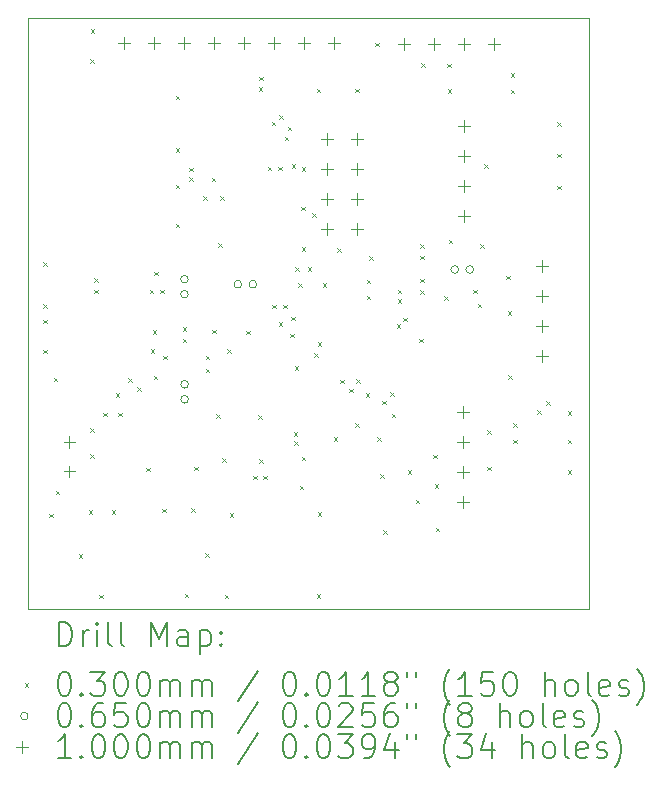
<source format=gbr>
%TF.GenerationSoftware,KiCad,Pcbnew,8.0.8*%
%TF.CreationDate,2025-01-30T19:33:51+01:00*%
%TF.ProjectId,HAMS_node,48414d53-5f6e-46f6-9465-2e6b69636164,rev?*%
%TF.SameCoordinates,Original*%
%TF.FileFunction,Drillmap*%
%TF.FilePolarity,Positive*%
%FSLAX45Y45*%
G04 Gerber Fmt 4.5, Leading zero omitted, Abs format (unit mm)*
G04 Created by KiCad (PCBNEW 8.0.8) date 2025-01-30 19:33:51*
%MOMM*%
%LPD*%
G01*
G04 APERTURE LIST*
%ADD10C,0.050000*%
%ADD11C,0.200000*%
%ADD12C,0.100000*%
G04 APERTURE END LIST*
D10*
X16660000Y-5760000D02*
X21410000Y-5760000D01*
X21410000Y-10760000D01*
X16660000Y-10760000D01*
X16660000Y-5760000D01*
D11*
D12*
X16785000Y-7825000D02*
X16815000Y-7855000D01*
X16815000Y-7825000D02*
X16785000Y-7855000D01*
X16785000Y-8180000D02*
X16815000Y-8210000D01*
X16815000Y-8180000D02*
X16785000Y-8210000D01*
X16785000Y-8310000D02*
X16815000Y-8340000D01*
X16815000Y-8310000D02*
X16785000Y-8340000D01*
X16785000Y-8565000D02*
X16815000Y-8595000D01*
X16815000Y-8565000D02*
X16785000Y-8595000D01*
X16837500Y-9955000D02*
X16867500Y-9985000D01*
X16867500Y-9955000D02*
X16837500Y-9985000D01*
X16872500Y-8802500D02*
X16902500Y-8832500D01*
X16902500Y-8802500D02*
X16872500Y-8832500D01*
X16890000Y-9760000D02*
X16920000Y-9790000D01*
X16920000Y-9760000D02*
X16890000Y-9790000D01*
X17085000Y-10295000D02*
X17115000Y-10325000D01*
X17115000Y-10295000D02*
X17085000Y-10325000D01*
X17170000Y-9925000D02*
X17200000Y-9955000D01*
X17200000Y-9925000D02*
X17170000Y-9955000D01*
X17185000Y-6107500D02*
X17215000Y-6137500D01*
X17215000Y-6107500D02*
X17185000Y-6137500D01*
X17185000Y-9230000D02*
X17215000Y-9260000D01*
X17215000Y-9230000D02*
X17185000Y-9260000D01*
X17185000Y-9450000D02*
X17215000Y-9480000D01*
X17215000Y-9450000D02*
X17185000Y-9480000D01*
X17187500Y-5852500D02*
X17217500Y-5882500D01*
X17217500Y-5852500D02*
X17187500Y-5882500D01*
X17215000Y-7957500D02*
X17245000Y-7987500D01*
X17245000Y-7957500D02*
X17215000Y-7987500D01*
X17215000Y-8055000D02*
X17245000Y-8085000D01*
X17245000Y-8055000D02*
X17215000Y-8085000D01*
X17260000Y-10637500D02*
X17290000Y-10667500D01*
X17290000Y-10637500D02*
X17260000Y-10667500D01*
X17295000Y-9100000D02*
X17325000Y-9130000D01*
X17325000Y-9100000D02*
X17295000Y-9130000D01*
X17365000Y-9925000D02*
X17395000Y-9955000D01*
X17395000Y-9925000D02*
X17365000Y-9955000D01*
X17400000Y-8932500D02*
X17430000Y-8962500D01*
X17430000Y-8932500D02*
X17400000Y-8962500D01*
X17422500Y-9100000D02*
X17452500Y-9130000D01*
X17452500Y-9100000D02*
X17422500Y-9130000D01*
X17505000Y-8805000D02*
X17535000Y-8835000D01*
X17535000Y-8805000D02*
X17505000Y-8835000D01*
X17580000Y-8880000D02*
X17610000Y-8910000D01*
X17610000Y-8880000D02*
X17580000Y-8910000D01*
X17655000Y-9565000D02*
X17685000Y-9595000D01*
X17685000Y-9565000D02*
X17655000Y-9595000D01*
X17685000Y-8055000D02*
X17715000Y-8085000D01*
X17715000Y-8055000D02*
X17685000Y-8085000D01*
X17695000Y-8562000D02*
X17725000Y-8592000D01*
X17725000Y-8562000D02*
X17695000Y-8592000D01*
X17712500Y-8397500D02*
X17742500Y-8427500D01*
X17742500Y-8397500D02*
X17712500Y-8427500D01*
X17722500Y-8785000D02*
X17752500Y-8815000D01*
X17752500Y-8785000D02*
X17722500Y-8815000D01*
X17725000Y-7905000D02*
X17755000Y-7935000D01*
X17755000Y-7905000D02*
X17725000Y-7935000D01*
X17775000Y-8055000D02*
X17805000Y-8085000D01*
X17805000Y-8055000D02*
X17775000Y-8085000D01*
X17792500Y-9912500D02*
X17822500Y-9942500D01*
X17822500Y-9912500D02*
X17792500Y-9942500D01*
X17800000Y-8617500D02*
X17830000Y-8647500D01*
X17830000Y-8617500D02*
X17800000Y-8647500D01*
X17907500Y-6412500D02*
X17937500Y-6442500D01*
X17937500Y-6412500D02*
X17907500Y-6442500D01*
X17907500Y-6857500D02*
X17937500Y-6887500D01*
X17937500Y-6857500D02*
X17907500Y-6887500D01*
X17907500Y-7167500D02*
X17937500Y-7197500D01*
X17937500Y-7167500D02*
X17907500Y-7197500D01*
X17907500Y-7497500D02*
X17937500Y-7527500D01*
X17937500Y-7497500D02*
X17907500Y-7527500D01*
X17965000Y-8375000D02*
X17995000Y-8405000D01*
X17995000Y-8375000D02*
X17965000Y-8405000D01*
X17965000Y-8470000D02*
X17995000Y-8500000D01*
X17995000Y-8470000D02*
X17965000Y-8500000D01*
X17985000Y-10632500D02*
X18015000Y-10662500D01*
X18015000Y-10632500D02*
X17985000Y-10662500D01*
X18020500Y-7022500D02*
X18050500Y-7052500D01*
X18050500Y-7022500D02*
X18020500Y-7052500D01*
X18020500Y-7105000D02*
X18050500Y-7135000D01*
X18050500Y-7105000D02*
X18020500Y-7135000D01*
X18040000Y-9907500D02*
X18070000Y-9937500D01*
X18070000Y-9907500D02*
X18040000Y-9937500D01*
X18065000Y-9555000D02*
X18095000Y-9585000D01*
X18095000Y-9555000D02*
X18065000Y-9585000D01*
X18140000Y-7265000D02*
X18170000Y-7295000D01*
X18170000Y-7265000D02*
X18140000Y-7295000D01*
X18155000Y-10287500D02*
X18185000Y-10317500D01*
X18185000Y-10287500D02*
X18155000Y-10317500D01*
X18162500Y-8617500D02*
X18192500Y-8647500D01*
X18192500Y-8617500D02*
X18162500Y-8647500D01*
X18162500Y-8725000D02*
X18192500Y-8755000D01*
X18192500Y-8725000D02*
X18162500Y-8755000D01*
X18210000Y-7110000D02*
X18240000Y-7140000D01*
X18240000Y-7110000D02*
X18210000Y-7140000D01*
X18217500Y-8395000D02*
X18247500Y-8425000D01*
X18247500Y-8395000D02*
X18217500Y-8425000D01*
X18250000Y-9112500D02*
X18280000Y-9142500D01*
X18280000Y-9112500D02*
X18250000Y-9142500D01*
X18265000Y-7665000D02*
X18295000Y-7695000D01*
X18295000Y-7665000D02*
X18265000Y-7695000D01*
X18285000Y-7265000D02*
X18315000Y-7295000D01*
X18315000Y-7265000D02*
X18285000Y-7295000D01*
X18300000Y-9482500D02*
X18330000Y-9512500D01*
X18330000Y-9482500D02*
X18300000Y-9512500D01*
X18320000Y-10637500D02*
X18350000Y-10667500D01*
X18350000Y-10637500D02*
X18320000Y-10667500D01*
X18345000Y-8560000D02*
X18375000Y-8590000D01*
X18375000Y-8560000D02*
X18345000Y-8590000D01*
X18365000Y-9950000D02*
X18395000Y-9980000D01*
X18395000Y-9950000D02*
X18365000Y-9980000D01*
X18502500Y-8402500D02*
X18532500Y-8432500D01*
X18532500Y-8402500D02*
X18502500Y-8432500D01*
X18565000Y-9630000D02*
X18595000Y-9660000D01*
X18595000Y-9630000D02*
X18565000Y-9660000D01*
X18605000Y-9120000D02*
X18635000Y-9150000D01*
X18635000Y-9120000D02*
X18605000Y-9150000D01*
X18609250Y-6344250D02*
X18639250Y-6374250D01*
X18639250Y-6344250D02*
X18609250Y-6374250D01*
X18612500Y-9492500D02*
X18642500Y-9522500D01*
X18642500Y-9492500D02*
X18612500Y-9522500D01*
X18615000Y-6255000D02*
X18645000Y-6285000D01*
X18645000Y-6255000D02*
X18615000Y-6285000D01*
X18650000Y-9630000D02*
X18680000Y-9660000D01*
X18680000Y-9630000D02*
X18650000Y-9660000D01*
X18685000Y-7013500D02*
X18715000Y-7043500D01*
X18715000Y-7013500D02*
X18685000Y-7043500D01*
X18720000Y-6632500D02*
X18750000Y-6662500D01*
X18750000Y-6632500D02*
X18720000Y-6662500D01*
X18725000Y-8185000D02*
X18755000Y-8215000D01*
X18755000Y-8185000D02*
X18725000Y-8215000D01*
X18775000Y-7015000D02*
X18805000Y-7045000D01*
X18805000Y-7015000D02*
X18775000Y-7045000D01*
X18778750Y-8331250D02*
X18808750Y-8361250D01*
X18808750Y-8331250D02*
X18778750Y-8361250D01*
X18785000Y-6577500D02*
X18815000Y-6607500D01*
X18815000Y-6577500D02*
X18785000Y-6607500D01*
X18815000Y-8185000D02*
X18845000Y-8215000D01*
X18845000Y-8185000D02*
X18815000Y-8215000D01*
X18830000Y-6760000D02*
X18860000Y-6790000D01*
X18860000Y-6760000D02*
X18830000Y-6790000D01*
X18855000Y-6675000D02*
X18885000Y-6705000D01*
X18885000Y-6675000D02*
X18855000Y-6705000D01*
X18877500Y-8430000D02*
X18907500Y-8460000D01*
X18907500Y-8430000D02*
X18877500Y-8460000D01*
X18885000Y-8285000D02*
X18915000Y-8315000D01*
X18915000Y-8285000D02*
X18885000Y-8315000D01*
X18890000Y-6995000D02*
X18920000Y-7025000D01*
X18920000Y-6995000D02*
X18890000Y-7025000D01*
X18905000Y-9265000D02*
X18935000Y-9295000D01*
X18935000Y-9265000D02*
X18905000Y-9295000D01*
X18910000Y-9340000D02*
X18940000Y-9370000D01*
X18940000Y-9340000D02*
X18910000Y-9370000D01*
X18915000Y-8705000D02*
X18945000Y-8735000D01*
X18945000Y-8705000D02*
X18915000Y-8735000D01*
X18920000Y-7865000D02*
X18950000Y-7895000D01*
X18950000Y-7865000D02*
X18920000Y-7895000D01*
X18945000Y-8000000D02*
X18975000Y-8030000D01*
X18975000Y-8000000D02*
X18945000Y-8030000D01*
X18955000Y-9717500D02*
X18985000Y-9747500D01*
X18985000Y-9717500D02*
X18955000Y-9747500D01*
X18970000Y-7352500D02*
X19000000Y-7382500D01*
X19000000Y-7352500D02*
X18970000Y-7382500D01*
X18972500Y-9472500D02*
X19002500Y-9502500D01*
X19002500Y-9472500D02*
X18972500Y-9502500D01*
X18975000Y-7019000D02*
X19005000Y-7049000D01*
X19005000Y-7019000D02*
X18975000Y-7049000D01*
X18975000Y-7695000D02*
X19005000Y-7725000D01*
X19005000Y-7695000D02*
X18975000Y-7725000D01*
X19025000Y-7865000D02*
X19055000Y-7895000D01*
X19055000Y-7865000D02*
X19025000Y-7895000D01*
X19065000Y-7410000D02*
X19095000Y-7440000D01*
X19095000Y-7410000D02*
X19065000Y-7440000D01*
X19080000Y-8595000D02*
X19110000Y-8625000D01*
X19110000Y-8595000D02*
X19080000Y-8625000D01*
X19100000Y-6355000D02*
X19130000Y-6385000D01*
X19130000Y-6355000D02*
X19100000Y-6385000D01*
X19100000Y-10635000D02*
X19130000Y-10665000D01*
X19130000Y-10635000D02*
X19100000Y-10665000D01*
X19110000Y-8500000D02*
X19140000Y-8530000D01*
X19140000Y-8500000D02*
X19110000Y-8530000D01*
X19110000Y-9942500D02*
X19140000Y-9972500D01*
X19140000Y-9942500D02*
X19110000Y-9972500D01*
X19150000Y-8000000D02*
X19180000Y-8030000D01*
X19180000Y-8000000D02*
X19150000Y-8030000D01*
X19245000Y-9305000D02*
X19275000Y-9335000D01*
X19275000Y-9305000D02*
X19245000Y-9335000D01*
X19275000Y-7705000D02*
X19305000Y-7735000D01*
X19305000Y-7705000D02*
X19275000Y-7735000D01*
X19299179Y-8817400D02*
X19329179Y-8847400D01*
X19329179Y-8817400D02*
X19299179Y-8847400D01*
X19375000Y-8895000D02*
X19405000Y-8925000D01*
X19405000Y-8895000D02*
X19375000Y-8925000D01*
X19425000Y-6355000D02*
X19455000Y-6385000D01*
X19455000Y-6355000D02*
X19425000Y-6385000D01*
X19425000Y-9185000D02*
X19455000Y-9215000D01*
X19455000Y-9185000D02*
X19425000Y-9215000D01*
X19434179Y-8812400D02*
X19464179Y-8842400D01*
X19464179Y-8812400D02*
X19434179Y-8842400D01*
X19515000Y-8935000D02*
X19545000Y-8965000D01*
X19545000Y-8935000D02*
X19515000Y-8965000D01*
X19522500Y-7972500D02*
X19552500Y-8002500D01*
X19552500Y-7972500D02*
X19522500Y-8002500D01*
X19525000Y-8107500D02*
X19555000Y-8137500D01*
X19555000Y-8107500D02*
X19525000Y-8137500D01*
X19545000Y-7775000D02*
X19575000Y-7805000D01*
X19575000Y-7775000D02*
X19545000Y-7805000D01*
X19595000Y-5965000D02*
X19625000Y-5995000D01*
X19625000Y-5965000D02*
X19595000Y-5995000D01*
X19615000Y-9305000D02*
X19645000Y-9335000D01*
X19645000Y-9305000D02*
X19615000Y-9335000D01*
X19640000Y-9620000D02*
X19670000Y-9650000D01*
X19670000Y-9620000D02*
X19640000Y-9650000D01*
X19655000Y-8995000D02*
X19685000Y-9025000D01*
X19685000Y-8995000D02*
X19655000Y-9025000D01*
X19665000Y-10092500D02*
X19695000Y-10122500D01*
X19695000Y-10092500D02*
X19665000Y-10122500D01*
X19722500Y-8925000D02*
X19752500Y-8955000D01*
X19752500Y-8925000D02*
X19722500Y-8955000D01*
X19735000Y-9105000D02*
X19765000Y-9135000D01*
X19765000Y-9105000D02*
X19735000Y-9135000D01*
X19780000Y-8350000D02*
X19810000Y-8380000D01*
X19810000Y-8350000D02*
X19780000Y-8380000D01*
X19785000Y-8055000D02*
X19815000Y-8085000D01*
X19815000Y-8055000D02*
X19785000Y-8085000D01*
X19785000Y-8135000D02*
X19815000Y-8165000D01*
X19815000Y-8135000D02*
X19785000Y-8165000D01*
X19835000Y-8295000D02*
X19865000Y-8325000D01*
X19865000Y-8295000D02*
X19835000Y-8325000D01*
X19870000Y-9585000D02*
X19900000Y-9615000D01*
X19900000Y-9585000D02*
X19870000Y-9615000D01*
X19940000Y-9835000D02*
X19970000Y-9865000D01*
X19970000Y-9835000D02*
X19940000Y-9865000D01*
X19970000Y-8470000D02*
X20000000Y-8500000D01*
X20000000Y-8470000D02*
X19970000Y-8500000D01*
X19975000Y-7670000D02*
X20005000Y-7700000D01*
X20005000Y-7670000D02*
X19975000Y-7700000D01*
X19975000Y-7770000D02*
X20005000Y-7800000D01*
X20005000Y-7770000D02*
X19975000Y-7800000D01*
X19975000Y-7965000D02*
X20005000Y-7995000D01*
X20005000Y-7965000D02*
X19975000Y-7995000D01*
X19975000Y-8060000D02*
X20005000Y-8090000D01*
X20005000Y-8060000D02*
X19975000Y-8090000D01*
X19985000Y-6140000D02*
X20015000Y-6170000D01*
X20015000Y-6140000D02*
X19985000Y-6170000D01*
X20085000Y-9455000D02*
X20115000Y-9485000D01*
X20115000Y-9455000D02*
X20085000Y-9485000D01*
X20100000Y-9705000D02*
X20130000Y-9735000D01*
X20130000Y-9705000D02*
X20100000Y-9735000D01*
X20107500Y-10070000D02*
X20137500Y-10100000D01*
X20137500Y-10070000D02*
X20107500Y-10100000D01*
X20182500Y-8110000D02*
X20212500Y-8140000D01*
X20212500Y-8110000D02*
X20182500Y-8140000D01*
X20205000Y-6145000D02*
X20235000Y-6175000D01*
X20235000Y-6145000D02*
X20205000Y-6175000D01*
X20210000Y-6360000D02*
X20240000Y-6390000D01*
X20240000Y-6360000D02*
X20210000Y-6390000D01*
X20220000Y-7635000D02*
X20250000Y-7665000D01*
X20250000Y-7635000D02*
X20220000Y-7665000D01*
X20425000Y-8055000D02*
X20455000Y-8085000D01*
X20455000Y-8055000D02*
X20425000Y-8085000D01*
X20465000Y-8175000D02*
X20495000Y-8205000D01*
X20495000Y-8175000D02*
X20465000Y-8205000D01*
X20485000Y-7670000D02*
X20515000Y-7700000D01*
X20515000Y-7670000D02*
X20485000Y-7700000D01*
X20520000Y-6995000D02*
X20550000Y-7025000D01*
X20550000Y-6995000D02*
X20520000Y-7025000D01*
X20545000Y-9245000D02*
X20575000Y-9275000D01*
X20575000Y-9245000D02*
X20545000Y-9275000D01*
X20545000Y-9555000D02*
X20575000Y-9585000D01*
X20575000Y-9555000D02*
X20545000Y-9585000D01*
X20707500Y-7940000D02*
X20737500Y-7970000D01*
X20737500Y-7940000D02*
X20707500Y-7970000D01*
X20717500Y-8237500D02*
X20747500Y-8267500D01*
X20747500Y-8237500D02*
X20717500Y-8267500D01*
X20720000Y-8780000D02*
X20750000Y-8810000D01*
X20750000Y-8780000D02*
X20720000Y-8810000D01*
X20745000Y-6225000D02*
X20775000Y-6255000D01*
X20775000Y-6225000D02*
X20745000Y-6255000D01*
X20745000Y-6365000D02*
X20775000Y-6395000D01*
X20775000Y-6365000D02*
X20745000Y-6395000D01*
X20765000Y-9185000D02*
X20795000Y-9215000D01*
X20795000Y-9185000D02*
X20765000Y-9215000D01*
X20765000Y-9325000D02*
X20795000Y-9355000D01*
X20795000Y-9325000D02*
X20765000Y-9355000D01*
X20970000Y-9075000D02*
X21000000Y-9105000D01*
X21000000Y-9075000D02*
X20970000Y-9105000D01*
X21042500Y-9002500D02*
X21072500Y-9032500D01*
X21072500Y-9002500D02*
X21042500Y-9032500D01*
X21135000Y-6640000D02*
X21165000Y-6670000D01*
X21165000Y-6640000D02*
X21135000Y-6670000D01*
X21135000Y-6905000D02*
X21165000Y-6935000D01*
X21165000Y-6905000D02*
X21135000Y-6935000D01*
X21135000Y-7175000D02*
X21165000Y-7205000D01*
X21165000Y-7175000D02*
X21135000Y-7205000D01*
X21225000Y-9085000D02*
X21255000Y-9115000D01*
X21255000Y-9085000D02*
X21225000Y-9115000D01*
X21225000Y-9325000D02*
X21255000Y-9355000D01*
X21255000Y-9325000D02*
X21225000Y-9355000D01*
X21225000Y-9585000D02*
X21255000Y-9615000D01*
X21255000Y-9585000D02*
X21225000Y-9615000D01*
X18012500Y-7967500D02*
G75*
G02*
X17947500Y-7967500I-32500J0D01*
G01*
X17947500Y-7967500D02*
G75*
G02*
X18012500Y-7967500I32500J0D01*
G01*
X18012500Y-8094500D02*
G75*
G02*
X17947500Y-8094500I-32500J0D01*
G01*
X17947500Y-8094500D02*
G75*
G02*
X18012500Y-8094500I32500J0D01*
G01*
X18015000Y-8858000D02*
G75*
G02*
X17950000Y-8858000I-32500J0D01*
G01*
X17950000Y-8858000D02*
G75*
G02*
X18015000Y-8858000I32500J0D01*
G01*
X18015000Y-8985000D02*
G75*
G02*
X17950000Y-8985000I-32500J0D01*
G01*
X17950000Y-8985000D02*
G75*
G02*
X18015000Y-8985000I32500J0D01*
G01*
X18465000Y-8010000D02*
G75*
G02*
X18400000Y-8010000I-32500J0D01*
G01*
X18400000Y-8010000D02*
G75*
G02*
X18465000Y-8010000I32500J0D01*
G01*
X18592000Y-8010000D02*
G75*
G02*
X18527000Y-8010000I-32500J0D01*
G01*
X18527000Y-8010000D02*
G75*
G02*
X18592000Y-8010000I32500J0D01*
G01*
X20302500Y-7885000D02*
G75*
G02*
X20237500Y-7885000I-32500J0D01*
G01*
X20237500Y-7885000D02*
G75*
G02*
X20302500Y-7885000I32500J0D01*
G01*
X20429500Y-7885000D02*
G75*
G02*
X20364500Y-7885000I-32500J0D01*
G01*
X20364500Y-7885000D02*
G75*
G02*
X20429500Y-7885000I32500J0D01*
G01*
X17007500Y-9295000D02*
X17007500Y-9395000D01*
X16957500Y-9345000D02*
X17057500Y-9345000D01*
X17007500Y-9545000D02*
X17007500Y-9645000D01*
X16957500Y-9595000D02*
X17057500Y-9595000D01*
X17470000Y-5920000D02*
X17470000Y-6020000D01*
X17420000Y-5970000D02*
X17520000Y-5970000D01*
X17724000Y-5920000D02*
X17724000Y-6020000D01*
X17674000Y-5970000D02*
X17774000Y-5970000D01*
X17978000Y-5920000D02*
X17978000Y-6020000D01*
X17928000Y-5970000D02*
X18028000Y-5970000D01*
X18232000Y-5920000D02*
X18232000Y-6020000D01*
X18182000Y-5970000D02*
X18282000Y-5970000D01*
X18486000Y-5920000D02*
X18486000Y-6020000D01*
X18436000Y-5970000D02*
X18536000Y-5970000D01*
X18740000Y-5920000D02*
X18740000Y-6020000D01*
X18690000Y-5970000D02*
X18790000Y-5970000D01*
X18994000Y-5920000D02*
X18994000Y-6020000D01*
X18944000Y-5970000D02*
X19044000Y-5970000D01*
X19189950Y-6730000D02*
X19189950Y-6830000D01*
X19139950Y-6780000D02*
X19239950Y-6780000D01*
X19189950Y-6984000D02*
X19189950Y-7084000D01*
X19139950Y-7034000D02*
X19239950Y-7034000D01*
X19189950Y-7238000D02*
X19189950Y-7338000D01*
X19139950Y-7288000D02*
X19239950Y-7288000D01*
X19189950Y-7492000D02*
X19189950Y-7592000D01*
X19139950Y-7542000D02*
X19239950Y-7542000D01*
X19248000Y-5920000D02*
X19248000Y-6020000D01*
X19198000Y-5970000D02*
X19298000Y-5970000D01*
X19443950Y-6730000D02*
X19443950Y-6830000D01*
X19393950Y-6780000D02*
X19493950Y-6780000D01*
X19443950Y-6984000D02*
X19443950Y-7084000D01*
X19393950Y-7034000D02*
X19493950Y-7034000D01*
X19443950Y-7238000D02*
X19443950Y-7338000D01*
X19393950Y-7288000D02*
X19493950Y-7288000D01*
X19443950Y-7492000D02*
X19443950Y-7592000D01*
X19393950Y-7542000D02*
X19493950Y-7542000D01*
X19841000Y-5925000D02*
X19841000Y-6025000D01*
X19791000Y-5975000D02*
X19891000Y-5975000D01*
X20095000Y-5925000D02*
X20095000Y-6025000D01*
X20045000Y-5975000D02*
X20145000Y-5975000D01*
X20341000Y-9040000D02*
X20341000Y-9140000D01*
X20291000Y-9090000D02*
X20391000Y-9090000D01*
X20341000Y-9294000D02*
X20341000Y-9394000D01*
X20291000Y-9344000D02*
X20391000Y-9344000D01*
X20341000Y-9548000D02*
X20341000Y-9648000D01*
X20291000Y-9598000D02*
X20391000Y-9598000D01*
X20341000Y-9802000D02*
X20341000Y-9902000D01*
X20291000Y-9852000D02*
X20391000Y-9852000D01*
X20346000Y-6618000D02*
X20346000Y-6718000D01*
X20296000Y-6668000D02*
X20396000Y-6668000D01*
X20346000Y-6872000D02*
X20346000Y-6972000D01*
X20296000Y-6922000D02*
X20396000Y-6922000D01*
X20346000Y-7126000D02*
X20346000Y-7226000D01*
X20296000Y-7176000D02*
X20396000Y-7176000D01*
X20346000Y-7380000D02*
X20346000Y-7480000D01*
X20296000Y-7430000D02*
X20396000Y-7430000D01*
X20349000Y-5925000D02*
X20349000Y-6025000D01*
X20299000Y-5975000D02*
X20399000Y-5975000D01*
X20603000Y-5925000D02*
X20603000Y-6025000D01*
X20553000Y-5975000D02*
X20653000Y-5975000D01*
X21005000Y-7806000D02*
X21005000Y-7906000D01*
X20955000Y-7856000D02*
X21055000Y-7856000D01*
X21005000Y-8060000D02*
X21005000Y-8160000D01*
X20955000Y-8110000D02*
X21055000Y-8110000D01*
X21005000Y-8314000D02*
X21005000Y-8414000D01*
X20955000Y-8364000D02*
X21055000Y-8364000D01*
X21005000Y-8568000D02*
X21005000Y-8668000D01*
X20955000Y-8618000D02*
X21055000Y-8618000D01*
D11*
X16918277Y-11073984D02*
X16918277Y-10873984D01*
X16918277Y-10873984D02*
X16965896Y-10873984D01*
X16965896Y-10873984D02*
X16994467Y-10883508D01*
X16994467Y-10883508D02*
X17013515Y-10902555D01*
X17013515Y-10902555D02*
X17023039Y-10921603D01*
X17023039Y-10921603D02*
X17032563Y-10959698D01*
X17032563Y-10959698D02*
X17032563Y-10988270D01*
X17032563Y-10988270D02*
X17023039Y-11026365D01*
X17023039Y-11026365D02*
X17013515Y-11045412D01*
X17013515Y-11045412D02*
X16994467Y-11064460D01*
X16994467Y-11064460D02*
X16965896Y-11073984D01*
X16965896Y-11073984D02*
X16918277Y-11073984D01*
X17118277Y-11073984D02*
X17118277Y-10940650D01*
X17118277Y-10978746D02*
X17127801Y-10959698D01*
X17127801Y-10959698D02*
X17137324Y-10950174D01*
X17137324Y-10950174D02*
X17156372Y-10940650D01*
X17156372Y-10940650D02*
X17175420Y-10940650D01*
X17242086Y-11073984D02*
X17242086Y-10940650D01*
X17242086Y-10873984D02*
X17232563Y-10883508D01*
X17232563Y-10883508D02*
X17242086Y-10893031D01*
X17242086Y-10893031D02*
X17251610Y-10883508D01*
X17251610Y-10883508D02*
X17242086Y-10873984D01*
X17242086Y-10873984D02*
X17242086Y-10893031D01*
X17365896Y-11073984D02*
X17346848Y-11064460D01*
X17346848Y-11064460D02*
X17337324Y-11045412D01*
X17337324Y-11045412D02*
X17337324Y-10873984D01*
X17470658Y-11073984D02*
X17451610Y-11064460D01*
X17451610Y-11064460D02*
X17442086Y-11045412D01*
X17442086Y-11045412D02*
X17442086Y-10873984D01*
X17699229Y-11073984D02*
X17699229Y-10873984D01*
X17699229Y-10873984D02*
X17765896Y-11016841D01*
X17765896Y-11016841D02*
X17832563Y-10873984D01*
X17832563Y-10873984D02*
X17832563Y-11073984D01*
X18013515Y-11073984D02*
X18013515Y-10969222D01*
X18013515Y-10969222D02*
X18003991Y-10950174D01*
X18003991Y-10950174D02*
X17984944Y-10940650D01*
X17984944Y-10940650D02*
X17946848Y-10940650D01*
X17946848Y-10940650D02*
X17927801Y-10950174D01*
X18013515Y-11064460D02*
X17994467Y-11073984D01*
X17994467Y-11073984D02*
X17946848Y-11073984D01*
X17946848Y-11073984D02*
X17927801Y-11064460D01*
X17927801Y-11064460D02*
X17918277Y-11045412D01*
X17918277Y-11045412D02*
X17918277Y-11026365D01*
X17918277Y-11026365D02*
X17927801Y-11007317D01*
X17927801Y-11007317D02*
X17946848Y-10997793D01*
X17946848Y-10997793D02*
X17994467Y-10997793D01*
X17994467Y-10997793D02*
X18013515Y-10988270D01*
X18108753Y-10940650D02*
X18108753Y-11140650D01*
X18108753Y-10950174D02*
X18127801Y-10940650D01*
X18127801Y-10940650D02*
X18165896Y-10940650D01*
X18165896Y-10940650D02*
X18184944Y-10950174D01*
X18184944Y-10950174D02*
X18194467Y-10959698D01*
X18194467Y-10959698D02*
X18203991Y-10978746D01*
X18203991Y-10978746D02*
X18203991Y-11035889D01*
X18203991Y-11035889D02*
X18194467Y-11054936D01*
X18194467Y-11054936D02*
X18184944Y-11064460D01*
X18184944Y-11064460D02*
X18165896Y-11073984D01*
X18165896Y-11073984D02*
X18127801Y-11073984D01*
X18127801Y-11073984D02*
X18108753Y-11064460D01*
X18289705Y-11054936D02*
X18299229Y-11064460D01*
X18299229Y-11064460D02*
X18289705Y-11073984D01*
X18289705Y-11073984D02*
X18280182Y-11064460D01*
X18280182Y-11064460D02*
X18289705Y-11054936D01*
X18289705Y-11054936D02*
X18289705Y-11073984D01*
X18289705Y-10950174D02*
X18299229Y-10959698D01*
X18299229Y-10959698D02*
X18289705Y-10969222D01*
X18289705Y-10969222D02*
X18280182Y-10959698D01*
X18280182Y-10959698D02*
X18289705Y-10950174D01*
X18289705Y-10950174D02*
X18289705Y-10969222D01*
D12*
X16627500Y-11387500D02*
X16657500Y-11417500D01*
X16657500Y-11387500D02*
X16627500Y-11417500D01*
D11*
X16956372Y-11293984D02*
X16975420Y-11293984D01*
X16975420Y-11293984D02*
X16994467Y-11303508D01*
X16994467Y-11303508D02*
X17003991Y-11313031D01*
X17003991Y-11313031D02*
X17013515Y-11332079D01*
X17013515Y-11332079D02*
X17023039Y-11370174D01*
X17023039Y-11370174D02*
X17023039Y-11417793D01*
X17023039Y-11417793D02*
X17013515Y-11455888D01*
X17013515Y-11455888D02*
X17003991Y-11474936D01*
X17003991Y-11474936D02*
X16994467Y-11484460D01*
X16994467Y-11484460D02*
X16975420Y-11493984D01*
X16975420Y-11493984D02*
X16956372Y-11493984D01*
X16956372Y-11493984D02*
X16937324Y-11484460D01*
X16937324Y-11484460D02*
X16927801Y-11474936D01*
X16927801Y-11474936D02*
X16918277Y-11455888D01*
X16918277Y-11455888D02*
X16908753Y-11417793D01*
X16908753Y-11417793D02*
X16908753Y-11370174D01*
X16908753Y-11370174D02*
X16918277Y-11332079D01*
X16918277Y-11332079D02*
X16927801Y-11313031D01*
X16927801Y-11313031D02*
X16937324Y-11303508D01*
X16937324Y-11303508D02*
X16956372Y-11293984D01*
X17108753Y-11474936D02*
X17118277Y-11484460D01*
X17118277Y-11484460D02*
X17108753Y-11493984D01*
X17108753Y-11493984D02*
X17099229Y-11484460D01*
X17099229Y-11484460D02*
X17108753Y-11474936D01*
X17108753Y-11474936D02*
X17108753Y-11493984D01*
X17184944Y-11293984D02*
X17308753Y-11293984D01*
X17308753Y-11293984D02*
X17242086Y-11370174D01*
X17242086Y-11370174D02*
X17270658Y-11370174D01*
X17270658Y-11370174D02*
X17289705Y-11379698D01*
X17289705Y-11379698D02*
X17299229Y-11389222D01*
X17299229Y-11389222D02*
X17308753Y-11408269D01*
X17308753Y-11408269D02*
X17308753Y-11455888D01*
X17308753Y-11455888D02*
X17299229Y-11474936D01*
X17299229Y-11474936D02*
X17289705Y-11484460D01*
X17289705Y-11484460D02*
X17270658Y-11493984D01*
X17270658Y-11493984D02*
X17213515Y-11493984D01*
X17213515Y-11493984D02*
X17194467Y-11484460D01*
X17194467Y-11484460D02*
X17184944Y-11474936D01*
X17432563Y-11293984D02*
X17451610Y-11293984D01*
X17451610Y-11293984D02*
X17470658Y-11303508D01*
X17470658Y-11303508D02*
X17480182Y-11313031D01*
X17480182Y-11313031D02*
X17489705Y-11332079D01*
X17489705Y-11332079D02*
X17499229Y-11370174D01*
X17499229Y-11370174D02*
X17499229Y-11417793D01*
X17499229Y-11417793D02*
X17489705Y-11455888D01*
X17489705Y-11455888D02*
X17480182Y-11474936D01*
X17480182Y-11474936D02*
X17470658Y-11484460D01*
X17470658Y-11484460D02*
X17451610Y-11493984D01*
X17451610Y-11493984D02*
X17432563Y-11493984D01*
X17432563Y-11493984D02*
X17413515Y-11484460D01*
X17413515Y-11484460D02*
X17403991Y-11474936D01*
X17403991Y-11474936D02*
X17394467Y-11455888D01*
X17394467Y-11455888D02*
X17384944Y-11417793D01*
X17384944Y-11417793D02*
X17384944Y-11370174D01*
X17384944Y-11370174D02*
X17394467Y-11332079D01*
X17394467Y-11332079D02*
X17403991Y-11313031D01*
X17403991Y-11313031D02*
X17413515Y-11303508D01*
X17413515Y-11303508D02*
X17432563Y-11293984D01*
X17623039Y-11293984D02*
X17642086Y-11293984D01*
X17642086Y-11293984D02*
X17661134Y-11303508D01*
X17661134Y-11303508D02*
X17670658Y-11313031D01*
X17670658Y-11313031D02*
X17680182Y-11332079D01*
X17680182Y-11332079D02*
X17689705Y-11370174D01*
X17689705Y-11370174D02*
X17689705Y-11417793D01*
X17689705Y-11417793D02*
X17680182Y-11455888D01*
X17680182Y-11455888D02*
X17670658Y-11474936D01*
X17670658Y-11474936D02*
X17661134Y-11484460D01*
X17661134Y-11484460D02*
X17642086Y-11493984D01*
X17642086Y-11493984D02*
X17623039Y-11493984D01*
X17623039Y-11493984D02*
X17603991Y-11484460D01*
X17603991Y-11484460D02*
X17594467Y-11474936D01*
X17594467Y-11474936D02*
X17584944Y-11455888D01*
X17584944Y-11455888D02*
X17575420Y-11417793D01*
X17575420Y-11417793D02*
X17575420Y-11370174D01*
X17575420Y-11370174D02*
X17584944Y-11332079D01*
X17584944Y-11332079D02*
X17594467Y-11313031D01*
X17594467Y-11313031D02*
X17603991Y-11303508D01*
X17603991Y-11303508D02*
X17623039Y-11293984D01*
X17775420Y-11493984D02*
X17775420Y-11360650D01*
X17775420Y-11379698D02*
X17784944Y-11370174D01*
X17784944Y-11370174D02*
X17803991Y-11360650D01*
X17803991Y-11360650D02*
X17832563Y-11360650D01*
X17832563Y-11360650D02*
X17851610Y-11370174D01*
X17851610Y-11370174D02*
X17861134Y-11389222D01*
X17861134Y-11389222D02*
X17861134Y-11493984D01*
X17861134Y-11389222D02*
X17870658Y-11370174D01*
X17870658Y-11370174D02*
X17889705Y-11360650D01*
X17889705Y-11360650D02*
X17918277Y-11360650D01*
X17918277Y-11360650D02*
X17937325Y-11370174D01*
X17937325Y-11370174D02*
X17946848Y-11389222D01*
X17946848Y-11389222D02*
X17946848Y-11493984D01*
X18042086Y-11493984D02*
X18042086Y-11360650D01*
X18042086Y-11379698D02*
X18051610Y-11370174D01*
X18051610Y-11370174D02*
X18070658Y-11360650D01*
X18070658Y-11360650D02*
X18099229Y-11360650D01*
X18099229Y-11360650D02*
X18118277Y-11370174D01*
X18118277Y-11370174D02*
X18127801Y-11389222D01*
X18127801Y-11389222D02*
X18127801Y-11493984D01*
X18127801Y-11389222D02*
X18137325Y-11370174D01*
X18137325Y-11370174D02*
X18156372Y-11360650D01*
X18156372Y-11360650D02*
X18184944Y-11360650D01*
X18184944Y-11360650D02*
X18203991Y-11370174D01*
X18203991Y-11370174D02*
X18213515Y-11389222D01*
X18213515Y-11389222D02*
X18213515Y-11493984D01*
X18603991Y-11284460D02*
X18432563Y-11541603D01*
X18861134Y-11293984D02*
X18880182Y-11293984D01*
X18880182Y-11293984D02*
X18899229Y-11303508D01*
X18899229Y-11303508D02*
X18908753Y-11313031D01*
X18908753Y-11313031D02*
X18918277Y-11332079D01*
X18918277Y-11332079D02*
X18927801Y-11370174D01*
X18927801Y-11370174D02*
X18927801Y-11417793D01*
X18927801Y-11417793D02*
X18918277Y-11455888D01*
X18918277Y-11455888D02*
X18908753Y-11474936D01*
X18908753Y-11474936D02*
X18899229Y-11484460D01*
X18899229Y-11484460D02*
X18880182Y-11493984D01*
X18880182Y-11493984D02*
X18861134Y-11493984D01*
X18861134Y-11493984D02*
X18842087Y-11484460D01*
X18842087Y-11484460D02*
X18832563Y-11474936D01*
X18832563Y-11474936D02*
X18823039Y-11455888D01*
X18823039Y-11455888D02*
X18813515Y-11417793D01*
X18813515Y-11417793D02*
X18813515Y-11370174D01*
X18813515Y-11370174D02*
X18823039Y-11332079D01*
X18823039Y-11332079D02*
X18832563Y-11313031D01*
X18832563Y-11313031D02*
X18842087Y-11303508D01*
X18842087Y-11303508D02*
X18861134Y-11293984D01*
X19013515Y-11474936D02*
X19023039Y-11484460D01*
X19023039Y-11484460D02*
X19013515Y-11493984D01*
X19013515Y-11493984D02*
X19003991Y-11484460D01*
X19003991Y-11484460D02*
X19013515Y-11474936D01*
X19013515Y-11474936D02*
X19013515Y-11493984D01*
X19146848Y-11293984D02*
X19165896Y-11293984D01*
X19165896Y-11293984D02*
X19184944Y-11303508D01*
X19184944Y-11303508D02*
X19194468Y-11313031D01*
X19194468Y-11313031D02*
X19203991Y-11332079D01*
X19203991Y-11332079D02*
X19213515Y-11370174D01*
X19213515Y-11370174D02*
X19213515Y-11417793D01*
X19213515Y-11417793D02*
X19203991Y-11455888D01*
X19203991Y-11455888D02*
X19194468Y-11474936D01*
X19194468Y-11474936D02*
X19184944Y-11484460D01*
X19184944Y-11484460D02*
X19165896Y-11493984D01*
X19165896Y-11493984D02*
X19146848Y-11493984D01*
X19146848Y-11493984D02*
X19127801Y-11484460D01*
X19127801Y-11484460D02*
X19118277Y-11474936D01*
X19118277Y-11474936D02*
X19108753Y-11455888D01*
X19108753Y-11455888D02*
X19099229Y-11417793D01*
X19099229Y-11417793D02*
X19099229Y-11370174D01*
X19099229Y-11370174D02*
X19108753Y-11332079D01*
X19108753Y-11332079D02*
X19118277Y-11313031D01*
X19118277Y-11313031D02*
X19127801Y-11303508D01*
X19127801Y-11303508D02*
X19146848Y-11293984D01*
X19403991Y-11493984D02*
X19289706Y-11493984D01*
X19346848Y-11493984D02*
X19346848Y-11293984D01*
X19346848Y-11293984D02*
X19327801Y-11322555D01*
X19327801Y-11322555D02*
X19308753Y-11341603D01*
X19308753Y-11341603D02*
X19289706Y-11351127D01*
X19594468Y-11493984D02*
X19480182Y-11493984D01*
X19537325Y-11493984D02*
X19537325Y-11293984D01*
X19537325Y-11293984D02*
X19518277Y-11322555D01*
X19518277Y-11322555D02*
X19499229Y-11341603D01*
X19499229Y-11341603D02*
X19480182Y-11351127D01*
X19708753Y-11379698D02*
X19689706Y-11370174D01*
X19689706Y-11370174D02*
X19680182Y-11360650D01*
X19680182Y-11360650D02*
X19670658Y-11341603D01*
X19670658Y-11341603D02*
X19670658Y-11332079D01*
X19670658Y-11332079D02*
X19680182Y-11313031D01*
X19680182Y-11313031D02*
X19689706Y-11303508D01*
X19689706Y-11303508D02*
X19708753Y-11293984D01*
X19708753Y-11293984D02*
X19746849Y-11293984D01*
X19746849Y-11293984D02*
X19765896Y-11303508D01*
X19765896Y-11303508D02*
X19775420Y-11313031D01*
X19775420Y-11313031D02*
X19784944Y-11332079D01*
X19784944Y-11332079D02*
X19784944Y-11341603D01*
X19784944Y-11341603D02*
X19775420Y-11360650D01*
X19775420Y-11360650D02*
X19765896Y-11370174D01*
X19765896Y-11370174D02*
X19746849Y-11379698D01*
X19746849Y-11379698D02*
X19708753Y-11379698D01*
X19708753Y-11379698D02*
X19689706Y-11389222D01*
X19689706Y-11389222D02*
X19680182Y-11398746D01*
X19680182Y-11398746D02*
X19670658Y-11417793D01*
X19670658Y-11417793D02*
X19670658Y-11455888D01*
X19670658Y-11455888D02*
X19680182Y-11474936D01*
X19680182Y-11474936D02*
X19689706Y-11484460D01*
X19689706Y-11484460D02*
X19708753Y-11493984D01*
X19708753Y-11493984D02*
X19746849Y-11493984D01*
X19746849Y-11493984D02*
X19765896Y-11484460D01*
X19765896Y-11484460D02*
X19775420Y-11474936D01*
X19775420Y-11474936D02*
X19784944Y-11455888D01*
X19784944Y-11455888D02*
X19784944Y-11417793D01*
X19784944Y-11417793D02*
X19775420Y-11398746D01*
X19775420Y-11398746D02*
X19765896Y-11389222D01*
X19765896Y-11389222D02*
X19746849Y-11379698D01*
X19861134Y-11293984D02*
X19861134Y-11332079D01*
X19937325Y-11293984D02*
X19937325Y-11332079D01*
X20232563Y-11570174D02*
X20223039Y-11560650D01*
X20223039Y-11560650D02*
X20203991Y-11532079D01*
X20203991Y-11532079D02*
X20194468Y-11513031D01*
X20194468Y-11513031D02*
X20184944Y-11484460D01*
X20184944Y-11484460D02*
X20175420Y-11436841D01*
X20175420Y-11436841D02*
X20175420Y-11398746D01*
X20175420Y-11398746D02*
X20184944Y-11351127D01*
X20184944Y-11351127D02*
X20194468Y-11322555D01*
X20194468Y-11322555D02*
X20203991Y-11303508D01*
X20203991Y-11303508D02*
X20223039Y-11274936D01*
X20223039Y-11274936D02*
X20232563Y-11265412D01*
X20413515Y-11493984D02*
X20299230Y-11493984D01*
X20356372Y-11493984D02*
X20356372Y-11293984D01*
X20356372Y-11293984D02*
X20337325Y-11322555D01*
X20337325Y-11322555D02*
X20318277Y-11341603D01*
X20318277Y-11341603D02*
X20299230Y-11351127D01*
X20594468Y-11293984D02*
X20499230Y-11293984D01*
X20499230Y-11293984D02*
X20489706Y-11389222D01*
X20489706Y-11389222D02*
X20499230Y-11379698D01*
X20499230Y-11379698D02*
X20518277Y-11370174D01*
X20518277Y-11370174D02*
X20565896Y-11370174D01*
X20565896Y-11370174D02*
X20584944Y-11379698D01*
X20584944Y-11379698D02*
X20594468Y-11389222D01*
X20594468Y-11389222D02*
X20603991Y-11408269D01*
X20603991Y-11408269D02*
X20603991Y-11455888D01*
X20603991Y-11455888D02*
X20594468Y-11474936D01*
X20594468Y-11474936D02*
X20584944Y-11484460D01*
X20584944Y-11484460D02*
X20565896Y-11493984D01*
X20565896Y-11493984D02*
X20518277Y-11493984D01*
X20518277Y-11493984D02*
X20499230Y-11484460D01*
X20499230Y-11484460D02*
X20489706Y-11474936D01*
X20727801Y-11293984D02*
X20746849Y-11293984D01*
X20746849Y-11293984D02*
X20765896Y-11303508D01*
X20765896Y-11303508D02*
X20775420Y-11313031D01*
X20775420Y-11313031D02*
X20784944Y-11332079D01*
X20784944Y-11332079D02*
X20794468Y-11370174D01*
X20794468Y-11370174D02*
X20794468Y-11417793D01*
X20794468Y-11417793D02*
X20784944Y-11455888D01*
X20784944Y-11455888D02*
X20775420Y-11474936D01*
X20775420Y-11474936D02*
X20765896Y-11484460D01*
X20765896Y-11484460D02*
X20746849Y-11493984D01*
X20746849Y-11493984D02*
X20727801Y-11493984D01*
X20727801Y-11493984D02*
X20708753Y-11484460D01*
X20708753Y-11484460D02*
X20699230Y-11474936D01*
X20699230Y-11474936D02*
X20689706Y-11455888D01*
X20689706Y-11455888D02*
X20680182Y-11417793D01*
X20680182Y-11417793D02*
X20680182Y-11370174D01*
X20680182Y-11370174D02*
X20689706Y-11332079D01*
X20689706Y-11332079D02*
X20699230Y-11313031D01*
X20699230Y-11313031D02*
X20708753Y-11303508D01*
X20708753Y-11303508D02*
X20727801Y-11293984D01*
X21032563Y-11493984D02*
X21032563Y-11293984D01*
X21118277Y-11493984D02*
X21118277Y-11389222D01*
X21118277Y-11389222D02*
X21108753Y-11370174D01*
X21108753Y-11370174D02*
X21089706Y-11360650D01*
X21089706Y-11360650D02*
X21061134Y-11360650D01*
X21061134Y-11360650D02*
X21042087Y-11370174D01*
X21042087Y-11370174D02*
X21032563Y-11379698D01*
X21242087Y-11493984D02*
X21223039Y-11484460D01*
X21223039Y-11484460D02*
X21213515Y-11474936D01*
X21213515Y-11474936D02*
X21203992Y-11455888D01*
X21203992Y-11455888D02*
X21203992Y-11398746D01*
X21203992Y-11398746D02*
X21213515Y-11379698D01*
X21213515Y-11379698D02*
X21223039Y-11370174D01*
X21223039Y-11370174D02*
X21242087Y-11360650D01*
X21242087Y-11360650D02*
X21270658Y-11360650D01*
X21270658Y-11360650D02*
X21289706Y-11370174D01*
X21289706Y-11370174D02*
X21299230Y-11379698D01*
X21299230Y-11379698D02*
X21308753Y-11398746D01*
X21308753Y-11398746D02*
X21308753Y-11455888D01*
X21308753Y-11455888D02*
X21299230Y-11474936D01*
X21299230Y-11474936D02*
X21289706Y-11484460D01*
X21289706Y-11484460D02*
X21270658Y-11493984D01*
X21270658Y-11493984D02*
X21242087Y-11493984D01*
X21423039Y-11493984D02*
X21403992Y-11484460D01*
X21403992Y-11484460D02*
X21394468Y-11465412D01*
X21394468Y-11465412D02*
X21394468Y-11293984D01*
X21575420Y-11484460D02*
X21556373Y-11493984D01*
X21556373Y-11493984D02*
X21518277Y-11493984D01*
X21518277Y-11493984D02*
X21499230Y-11484460D01*
X21499230Y-11484460D02*
X21489706Y-11465412D01*
X21489706Y-11465412D02*
X21489706Y-11389222D01*
X21489706Y-11389222D02*
X21499230Y-11370174D01*
X21499230Y-11370174D02*
X21518277Y-11360650D01*
X21518277Y-11360650D02*
X21556373Y-11360650D01*
X21556373Y-11360650D02*
X21575420Y-11370174D01*
X21575420Y-11370174D02*
X21584944Y-11389222D01*
X21584944Y-11389222D02*
X21584944Y-11408269D01*
X21584944Y-11408269D02*
X21489706Y-11427317D01*
X21661134Y-11484460D02*
X21680182Y-11493984D01*
X21680182Y-11493984D02*
X21718277Y-11493984D01*
X21718277Y-11493984D02*
X21737325Y-11484460D01*
X21737325Y-11484460D02*
X21746849Y-11465412D01*
X21746849Y-11465412D02*
X21746849Y-11455888D01*
X21746849Y-11455888D02*
X21737325Y-11436841D01*
X21737325Y-11436841D02*
X21718277Y-11427317D01*
X21718277Y-11427317D02*
X21689706Y-11427317D01*
X21689706Y-11427317D02*
X21670658Y-11417793D01*
X21670658Y-11417793D02*
X21661134Y-11398746D01*
X21661134Y-11398746D02*
X21661134Y-11389222D01*
X21661134Y-11389222D02*
X21670658Y-11370174D01*
X21670658Y-11370174D02*
X21689706Y-11360650D01*
X21689706Y-11360650D02*
X21718277Y-11360650D01*
X21718277Y-11360650D02*
X21737325Y-11370174D01*
X21813515Y-11570174D02*
X21823039Y-11560650D01*
X21823039Y-11560650D02*
X21842087Y-11532079D01*
X21842087Y-11532079D02*
X21851611Y-11513031D01*
X21851611Y-11513031D02*
X21861134Y-11484460D01*
X21861134Y-11484460D02*
X21870658Y-11436841D01*
X21870658Y-11436841D02*
X21870658Y-11398746D01*
X21870658Y-11398746D02*
X21861134Y-11351127D01*
X21861134Y-11351127D02*
X21851611Y-11322555D01*
X21851611Y-11322555D02*
X21842087Y-11303508D01*
X21842087Y-11303508D02*
X21823039Y-11274936D01*
X21823039Y-11274936D02*
X21813515Y-11265412D01*
D12*
X16657500Y-11666500D02*
G75*
G02*
X16592500Y-11666500I-32500J0D01*
G01*
X16592500Y-11666500D02*
G75*
G02*
X16657500Y-11666500I32500J0D01*
G01*
D11*
X16956372Y-11557984D02*
X16975420Y-11557984D01*
X16975420Y-11557984D02*
X16994467Y-11567508D01*
X16994467Y-11567508D02*
X17003991Y-11577031D01*
X17003991Y-11577031D02*
X17013515Y-11596079D01*
X17013515Y-11596079D02*
X17023039Y-11634174D01*
X17023039Y-11634174D02*
X17023039Y-11681793D01*
X17023039Y-11681793D02*
X17013515Y-11719888D01*
X17013515Y-11719888D02*
X17003991Y-11738936D01*
X17003991Y-11738936D02*
X16994467Y-11748460D01*
X16994467Y-11748460D02*
X16975420Y-11757984D01*
X16975420Y-11757984D02*
X16956372Y-11757984D01*
X16956372Y-11757984D02*
X16937324Y-11748460D01*
X16937324Y-11748460D02*
X16927801Y-11738936D01*
X16927801Y-11738936D02*
X16918277Y-11719888D01*
X16918277Y-11719888D02*
X16908753Y-11681793D01*
X16908753Y-11681793D02*
X16908753Y-11634174D01*
X16908753Y-11634174D02*
X16918277Y-11596079D01*
X16918277Y-11596079D02*
X16927801Y-11577031D01*
X16927801Y-11577031D02*
X16937324Y-11567508D01*
X16937324Y-11567508D02*
X16956372Y-11557984D01*
X17108753Y-11738936D02*
X17118277Y-11748460D01*
X17118277Y-11748460D02*
X17108753Y-11757984D01*
X17108753Y-11757984D02*
X17099229Y-11748460D01*
X17099229Y-11748460D02*
X17108753Y-11738936D01*
X17108753Y-11738936D02*
X17108753Y-11757984D01*
X17289705Y-11557984D02*
X17251610Y-11557984D01*
X17251610Y-11557984D02*
X17232563Y-11567508D01*
X17232563Y-11567508D02*
X17223039Y-11577031D01*
X17223039Y-11577031D02*
X17203991Y-11605603D01*
X17203991Y-11605603D02*
X17194467Y-11643698D01*
X17194467Y-11643698D02*
X17194467Y-11719888D01*
X17194467Y-11719888D02*
X17203991Y-11738936D01*
X17203991Y-11738936D02*
X17213515Y-11748460D01*
X17213515Y-11748460D02*
X17232563Y-11757984D01*
X17232563Y-11757984D02*
X17270658Y-11757984D01*
X17270658Y-11757984D02*
X17289705Y-11748460D01*
X17289705Y-11748460D02*
X17299229Y-11738936D01*
X17299229Y-11738936D02*
X17308753Y-11719888D01*
X17308753Y-11719888D02*
X17308753Y-11672269D01*
X17308753Y-11672269D02*
X17299229Y-11653222D01*
X17299229Y-11653222D02*
X17289705Y-11643698D01*
X17289705Y-11643698D02*
X17270658Y-11634174D01*
X17270658Y-11634174D02*
X17232563Y-11634174D01*
X17232563Y-11634174D02*
X17213515Y-11643698D01*
X17213515Y-11643698D02*
X17203991Y-11653222D01*
X17203991Y-11653222D02*
X17194467Y-11672269D01*
X17489705Y-11557984D02*
X17394467Y-11557984D01*
X17394467Y-11557984D02*
X17384944Y-11653222D01*
X17384944Y-11653222D02*
X17394467Y-11643698D01*
X17394467Y-11643698D02*
X17413515Y-11634174D01*
X17413515Y-11634174D02*
X17461134Y-11634174D01*
X17461134Y-11634174D02*
X17480182Y-11643698D01*
X17480182Y-11643698D02*
X17489705Y-11653222D01*
X17489705Y-11653222D02*
X17499229Y-11672269D01*
X17499229Y-11672269D02*
X17499229Y-11719888D01*
X17499229Y-11719888D02*
X17489705Y-11738936D01*
X17489705Y-11738936D02*
X17480182Y-11748460D01*
X17480182Y-11748460D02*
X17461134Y-11757984D01*
X17461134Y-11757984D02*
X17413515Y-11757984D01*
X17413515Y-11757984D02*
X17394467Y-11748460D01*
X17394467Y-11748460D02*
X17384944Y-11738936D01*
X17623039Y-11557984D02*
X17642086Y-11557984D01*
X17642086Y-11557984D02*
X17661134Y-11567508D01*
X17661134Y-11567508D02*
X17670658Y-11577031D01*
X17670658Y-11577031D02*
X17680182Y-11596079D01*
X17680182Y-11596079D02*
X17689705Y-11634174D01*
X17689705Y-11634174D02*
X17689705Y-11681793D01*
X17689705Y-11681793D02*
X17680182Y-11719888D01*
X17680182Y-11719888D02*
X17670658Y-11738936D01*
X17670658Y-11738936D02*
X17661134Y-11748460D01*
X17661134Y-11748460D02*
X17642086Y-11757984D01*
X17642086Y-11757984D02*
X17623039Y-11757984D01*
X17623039Y-11757984D02*
X17603991Y-11748460D01*
X17603991Y-11748460D02*
X17594467Y-11738936D01*
X17594467Y-11738936D02*
X17584944Y-11719888D01*
X17584944Y-11719888D02*
X17575420Y-11681793D01*
X17575420Y-11681793D02*
X17575420Y-11634174D01*
X17575420Y-11634174D02*
X17584944Y-11596079D01*
X17584944Y-11596079D02*
X17594467Y-11577031D01*
X17594467Y-11577031D02*
X17603991Y-11567508D01*
X17603991Y-11567508D02*
X17623039Y-11557984D01*
X17775420Y-11757984D02*
X17775420Y-11624650D01*
X17775420Y-11643698D02*
X17784944Y-11634174D01*
X17784944Y-11634174D02*
X17803991Y-11624650D01*
X17803991Y-11624650D02*
X17832563Y-11624650D01*
X17832563Y-11624650D02*
X17851610Y-11634174D01*
X17851610Y-11634174D02*
X17861134Y-11653222D01*
X17861134Y-11653222D02*
X17861134Y-11757984D01*
X17861134Y-11653222D02*
X17870658Y-11634174D01*
X17870658Y-11634174D02*
X17889705Y-11624650D01*
X17889705Y-11624650D02*
X17918277Y-11624650D01*
X17918277Y-11624650D02*
X17937325Y-11634174D01*
X17937325Y-11634174D02*
X17946848Y-11653222D01*
X17946848Y-11653222D02*
X17946848Y-11757984D01*
X18042086Y-11757984D02*
X18042086Y-11624650D01*
X18042086Y-11643698D02*
X18051610Y-11634174D01*
X18051610Y-11634174D02*
X18070658Y-11624650D01*
X18070658Y-11624650D02*
X18099229Y-11624650D01*
X18099229Y-11624650D02*
X18118277Y-11634174D01*
X18118277Y-11634174D02*
X18127801Y-11653222D01*
X18127801Y-11653222D02*
X18127801Y-11757984D01*
X18127801Y-11653222D02*
X18137325Y-11634174D01*
X18137325Y-11634174D02*
X18156372Y-11624650D01*
X18156372Y-11624650D02*
X18184944Y-11624650D01*
X18184944Y-11624650D02*
X18203991Y-11634174D01*
X18203991Y-11634174D02*
X18213515Y-11653222D01*
X18213515Y-11653222D02*
X18213515Y-11757984D01*
X18603991Y-11548460D02*
X18432563Y-11805603D01*
X18861134Y-11557984D02*
X18880182Y-11557984D01*
X18880182Y-11557984D02*
X18899229Y-11567508D01*
X18899229Y-11567508D02*
X18908753Y-11577031D01*
X18908753Y-11577031D02*
X18918277Y-11596079D01*
X18918277Y-11596079D02*
X18927801Y-11634174D01*
X18927801Y-11634174D02*
X18927801Y-11681793D01*
X18927801Y-11681793D02*
X18918277Y-11719888D01*
X18918277Y-11719888D02*
X18908753Y-11738936D01*
X18908753Y-11738936D02*
X18899229Y-11748460D01*
X18899229Y-11748460D02*
X18880182Y-11757984D01*
X18880182Y-11757984D02*
X18861134Y-11757984D01*
X18861134Y-11757984D02*
X18842087Y-11748460D01*
X18842087Y-11748460D02*
X18832563Y-11738936D01*
X18832563Y-11738936D02*
X18823039Y-11719888D01*
X18823039Y-11719888D02*
X18813515Y-11681793D01*
X18813515Y-11681793D02*
X18813515Y-11634174D01*
X18813515Y-11634174D02*
X18823039Y-11596079D01*
X18823039Y-11596079D02*
X18832563Y-11577031D01*
X18832563Y-11577031D02*
X18842087Y-11567508D01*
X18842087Y-11567508D02*
X18861134Y-11557984D01*
X19013515Y-11738936D02*
X19023039Y-11748460D01*
X19023039Y-11748460D02*
X19013515Y-11757984D01*
X19013515Y-11757984D02*
X19003991Y-11748460D01*
X19003991Y-11748460D02*
X19013515Y-11738936D01*
X19013515Y-11738936D02*
X19013515Y-11757984D01*
X19146848Y-11557984D02*
X19165896Y-11557984D01*
X19165896Y-11557984D02*
X19184944Y-11567508D01*
X19184944Y-11567508D02*
X19194468Y-11577031D01*
X19194468Y-11577031D02*
X19203991Y-11596079D01*
X19203991Y-11596079D02*
X19213515Y-11634174D01*
X19213515Y-11634174D02*
X19213515Y-11681793D01*
X19213515Y-11681793D02*
X19203991Y-11719888D01*
X19203991Y-11719888D02*
X19194468Y-11738936D01*
X19194468Y-11738936D02*
X19184944Y-11748460D01*
X19184944Y-11748460D02*
X19165896Y-11757984D01*
X19165896Y-11757984D02*
X19146848Y-11757984D01*
X19146848Y-11757984D02*
X19127801Y-11748460D01*
X19127801Y-11748460D02*
X19118277Y-11738936D01*
X19118277Y-11738936D02*
X19108753Y-11719888D01*
X19108753Y-11719888D02*
X19099229Y-11681793D01*
X19099229Y-11681793D02*
X19099229Y-11634174D01*
X19099229Y-11634174D02*
X19108753Y-11596079D01*
X19108753Y-11596079D02*
X19118277Y-11577031D01*
X19118277Y-11577031D02*
X19127801Y-11567508D01*
X19127801Y-11567508D02*
X19146848Y-11557984D01*
X19289706Y-11577031D02*
X19299229Y-11567508D01*
X19299229Y-11567508D02*
X19318277Y-11557984D01*
X19318277Y-11557984D02*
X19365896Y-11557984D01*
X19365896Y-11557984D02*
X19384944Y-11567508D01*
X19384944Y-11567508D02*
X19394468Y-11577031D01*
X19394468Y-11577031D02*
X19403991Y-11596079D01*
X19403991Y-11596079D02*
X19403991Y-11615127D01*
X19403991Y-11615127D02*
X19394468Y-11643698D01*
X19394468Y-11643698D02*
X19280182Y-11757984D01*
X19280182Y-11757984D02*
X19403991Y-11757984D01*
X19584944Y-11557984D02*
X19489706Y-11557984D01*
X19489706Y-11557984D02*
X19480182Y-11653222D01*
X19480182Y-11653222D02*
X19489706Y-11643698D01*
X19489706Y-11643698D02*
X19508753Y-11634174D01*
X19508753Y-11634174D02*
X19556372Y-11634174D01*
X19556372Y-11634174D02*
X19575420Y-11643698D01*
X19575420Y-11643698D02*
X19584944Y-11653222D01*
X19584944Y-11653222D02*
X19594468Y-11672269D01*
X19594468Y-11672269D02*
X19594468Y-11719888D01*
X19594468Y-11719888D02*
X19584944Y-11738936D01*
X19584944Y-11738936D02*
X19575420Y-11748460D01*
X19575420Y-11748460D02*
X19556372Y-11757984D01*
X19556372Y-11757984D02*
X19508753Y-11757984D01*
X19508753Y-11757984D02*
X19489706Y-11748460D01*
X19489706Y-11748460D02*
X19480182Y-11738936D01*
X19765896Y-11557984D02*
X19727801Y-11557984D01*
X19727801Y-11557984D02*
X19708753Y-11567508D01*
X19708753Y-11567508D02*
X19699229Y-11577031D01*
X19699229Y-11577031D02*
X19680182Y-11605603D01*
X19680182Y-11605603D02*
X19670658Y-11643698D01*
X19670658Y-11643698D02*
X19670658Y-11719888D01*
X19670658Y-11719888D02*
X19680182Y-11738936D01*
X19680182Y-11738936D02*
X19689706Y-11748460D01*
X19689706Y-11748460D02*
X19708753Y-11757984D01*
X19708753Y-11757984D02*
X19746849Y-11757984D01*
X19746849Y-11757984D02*
X19765896Y-11748460D01*
X19765896Y-11748460D02*
X19775420Y-11738936D01*
X19775420Y-11738936D02*
X19784944Y-11719888D01*
X19784944Y-11719888D02*
X19784944Y-11672269D01*
X19784944Y-11672269D02*
X19775420Y-11653222D01*
X19775420Y-11653222D02*
X19765896Y-11643698D01*
X19765896Y-11643698D02*
X19746849Y-11634174D01*
X19746849Y-11634174D02*
X19708753Y-11634174D01*
X19708753Y-11634174D02*
X19689706Y-11643698D01*
X19689706Y-11643698D02*
X19680182Y-11653222D01*
X19680182Y-11653222D02*
X19670658Y-11672269D01*
X19861134Y-11557984D02*
X19861134Y-11596079D01*
X19937325Y-11557984D02*
X19937325Y-11596079D01*
X20232563Y-11834174D02*
X20223039Y-11824650D01*
X20223039Y-11824650D02*
X20203991Y-11796079D01*
X20203991Y-11796079D02*
X20194468Y-11777031D01*
X20194468Y-11777031D02*
X20184944Y-11748460D01*
X20184944Y-11748460D02*
X20175420Y-11700841D01*
X20175420Y-11700841D02*
X20175420Y-11662746D01*
X20175420Y-11662746D02*
X20184944Y-11615127D01*
X20184944Y-11615127D02*
X20194468Y-11586555D01*
X20194468Y-11586555D02*
X20203991Y-11567508D01*
X20203991Y-11567508D02*
X20223039Y-11538936D01*
X20223039Y-11538936D02*
X20232563Y-11529412D01*
X20337325Y-11643698D02*
X20318277Y-11634174D01*
X20318277Y-11634174D02*
X20308753Y-11624650D01*
X20308753Y-11624650D02*
X20299230Y-11605603D01*
X20299230Y-11605603D02*
X20299230Y-11596079D01*
X20299230Y-11596079D02*
X20308753Y-11577031D01*
X20308753Y-11577031D02*
X20318277Y-11567508D01*
X20318277Y-11567508D02*
X20337325Y-11557984D01*
X20337325Y-11557984D02*
X20375420Y-11557984D01*
X20375420Y-11557984D02*
X20394468Y-11567508D01*
X20394468Y-11567508D02*
X20403991Y-11577031D01*
X20403991Y-11577031D02*
X20413515Y-11596079D01*
X20413515Y-11596079D02*
X20413515Y-11605603D01*
X20413515Y-11605603D02*
X20403991Y-11624650D01*
X20403991Y-11624650D02*
X20394468Y-11634174D01*
X20394468Y-11634174D02*
X20375420Y-11643698D01*
X20375420Y-11643698D02*
X20337325Y-11643698D01*
X20337325Y-11643698D02*
X20318277Y-11653222D01*
X20318277Y-11653222D02*
X20308753Y-11662746D01*
X20308753Y-11662746D02*
X20299230Y-11681793D01*
X20299230Y-11681793D02*
X20299230Y-11719888D01*
X20299230Y-11719888D02*
X20308753Y-11738936D01*
X20308753Y-11738936D02*
X20318277Y-11748460D01*
X20318277Y-11748460D02*
X20337325Y-11757984D01*
X20337325Y-11757984D02*
X20375420Y-11757984D01*
X20375420Y-11757984D02*
X20394468Y-11748460D01*
X20394468Y-11748460D02*
X20403991Y-11738936D01*
X20403991Y-11738936D02*
X20413515Y-11719888D01*
X20413515Y-11719888D02*
X20413515Y-11681793D01*
X20413515Y-11681793D02*
X20403991Y-11662746D01*
X20403991Y-11662746D02*
X20394468Y-11653222D01*
X20394468Y-11653222D02*
X20375420Y-11643698D01*
X20651611Y-11757984D02*
X20651611Y-11557984D01*
X20737325Y-11757984D02*
X20737325Y-11653222D01*
X20737325Y-11653222D02*
X20727801Y-11634174D01*
X20727801Y-11634174D02*
X20708753Y-11624650D01*
X20708753Y-11624650D02*
X20680182Y-11624650D01*
X20680182Y-11624650D02*
X20661134Y-11634174D01*
X20661134Y-11634174D02*
X20651611Y-11643698D01*
X20861134Y-11757984D02*
X20842087Y-11748460D01*
X20842087Y-11748460D02*
X20832563Y-11738936D01*
X20832563Y-11738936D02*
X20823039Y-11719888D01*
X20823039Y-11719888D02*
X20823039Y-11662746D01*
X20823039Y-11662746D02*
X20832563Y-11643698D01*
X20832563Y-11643698D02*
X20842087Y-11634174D01*
X20842087Y-11634174D02*
X20861134Y-11624650D01*
X20861134Y-11624650D02*
X20889706Y-11624650D01*
X20889706Y-11624650D02*
X20908753Y-11634174D01*
X20908753Y-11634174D02*
X20918277Y-11643698D01*
X20918277Y-11643698D02*
X20927801Y-11662746D01*
X20927801Y-11662746D02*
X20927801Y-11719888D01*
X20927801Y-11719888D02*
X20918277Y-11738936D01*
X20918277Y-11738936D02*
X20908753Y-11748460D01*
X20908753Y-11748460D02*
X20889706Y-11757984D01*
X20889706Y-11757984D02*
X20861134Y-11757984D01*
X21042087Y-11757984D02*
X21023039Y-11748460D01*
X21023039Y-11748460D02*
X21013515Y-11729412D01*
X21013515Y-11729412D02*
X21013515Y-11557984D01*
X21194468Y-11748460D02*
X21175420Y-11757984D01*
X21175420Y-11757984D02*
X21137325Y-11757984D01*
X21137325Y-11757984D02*
X21118277Y-11748460D01*
X21118277Y-11748460D02*
X21108753Y-11729412D01*
X21108753Y-11729412D02*
X21108753Y-11653222D01*
X21108753Y-11653222D02*
X21118277Y-11634174D01*
X21118277Y-11634174D02*
X21137325Y-11624650D01*
X21137325Y-11624650D02*
X21175420Y-11624650D01*
X21175420Y-11624650D02*
X21194468Y-11634174D01*
X21194468Y-11634174D02*
X21203992Y-11653222D01*
X21203992Y-11653222D02*
X21203992Y-11672269D01*
X21203992Y-11672269D02*
X21108753Y-11691317D01*
X21280182Y-11748460D02*
X21299230Y-11757984D01*
X21299230Y-11757984D02*
X21337325Y-11757984D01*
X21337325Y-11757984D02*
X21356373Y-11748460D01*
X21356373Y-11748460D02*
X21365896Y-11729412D01*
X21365896Y-11729412D02*
X21365896Y-11719888D01*
X21365896Y-11719888D02*
X21356373Y-11700841D01*
X21356373Y-11700841D02*
X21337325Y-11691317D01*
X21337325Y-11691317D02*
X21308753Y-11691317D01*
X21308753Y-11691317D02*
X21289706Y-11681793D01*
X21289706Y-11681793D02*
X21280182Y-11662746D01*
X21280182Y-11662746D02*
X21280182Y-11653222D01*
X21280182Y-11653222D02*
X21289706Y-11634174D01*
X21289706Y-11634174D02*
X21308753Y-11624650D01*
X21308753Y-11624650D02*
X21337325Y-11624650D01*
X21337325Y-11624650D02*
X21356373Y-11634174D01*
X21432563Y-11834174D02*
X21442087Y-11824650D01*
X21442087Y-11824650D02*
X21461134Y-11796079D01*
X21461134Y-11796079D02*
X21470658Y-11777031D01*
X21470658Y-11777031D02*
X21480182Y-11748460D01*
X21480182Y-11748460D02*
X21489706Y-11700841D01*
X21489706Y-11700841D02*
X21489706Y-11662746D01*
X21489706Y-11662746D02*
X21480182Y-11615127D01*
X21480182Y-11615127D02*
X21470658Y-11586555D01*
X21470658Y-11586555D02*
X21461134Y-11567508D01*
X21461134Y-11567508D02*
X21442087Y-11538936D01*
X21442087Y-11538936D02*
X21432563Y-11529412D01*
D12*
X16607500Y-11880500D02*
X16607500Y-11980500D01*
X16557500Y-11930500D02*
X16657500Y-11930500D01*
D11*
X17023039Y-12021984D02*
X16908753Y-12021984D01*
X16965896Y-12021984D02*
X16965896Y-11821984D01*
X16965896Y-11821984D02*
X16946848Y-11850555D01*
X16946848Y-11850555D02*
X16927801Y-11869603D01*
X16927801Y-11869603D02*
X16908753Y-11879127D01*
X17108753Y-12002936D02*
X17118277Y-12012460D01*
X17118277Y-12012460D02*
X17108753Y-12021984D01*
X17108753Y-12021984D02*
X17099229Y-12012460D01*
X17099229Y-12012460D02*
X17108753Y-12002936D01*
X17108753Y-12002936D02*
X17108753Y-12021984D01*
X17242086Y-11821984D02*
X17261134Y-11821984D01*
X17261134Y-11821984D02*
X17280182Y-11831508D01*
X17280182Y-11831508D02*
X17289705Y-11841031D01*
X17289705Y-11841031D02*
X17299229Y-11860079D01*
X17299229Y-11860079D02*
X17308753Y-11898174D01*
X17308753Y-11898174D02*
X17308753Y-11945793D01*
X17308753Y-11945793D02*
X17299229Y-11983888D01*
X17299229Y-11983888D02*
X17289705Y-12002936D01*
X17289705Y-12002936D02*
X17280182Y-12012460D01*
X17280182Y-12012460D02*
X17261134Y-12021984D01*
X17261134Y-12021984D02*
X17242086Y-12021984D01*
X17242086Y-12021984D02*
X17223039Y-12012460D01*
X17223039Y-12012460D02*
X17213515Y-12002936D01*
X17213515Y-12002936D02*
X17203991Y-11983888D01*
X17203991Y-11983888D02*
X17194467Y-11945793D01*
X17194467Y-11945793D02*
X17194467Y-11898174D01*
X17194467Y-11898174D02*
X17203991Y-11860079D01*
X17203991Y-11860079D02*
X17213515Y-11841031D01*
X17213515Y-11841031D02*
X17223039Y-11831508D01*
X17223039Y-11831508D02*
X17242086Y-11821984D01*
X17432563Y-11821984D02*
X17451610Y-11821984D01*
X17451610Y-11821984D02*
X17470658Y-11831508D01*
X17470658Y-11831508D02*
X17480182Y-11841031D01*
X17480182Y-11841031D02*
X17489705Y-11860079D01*
X17489705Y-11860079D02*
X17499229Y-11898174D01*
X17499229Y-11898174D02*
X17499229Y-11945793D01*
X17499229Y-11945793D02*
X17489705Y-11983888D01*
X17489705Y-11983888D02*
X17480182Y-12002936D01*
X17480182Y-12002936D02*
X17470658Y-12012460D01*
X17470658Y-12012460D02*
X17451610Y-12021984D01*
X17451610Y-12021984D02*
X17432563Y-12021984D01*
X17432563Y-12021984D02*
X17413515Y-12012460D01*
X17413515Y-12012460D02*
X17403991Y-12002936D01*
X17403991Y-12002936D02*
X17394467Y-11983888D01*
X17394467Y-11983888D02*
X17384944Y-11945793D01*
X17384944Y-11945793D02*
X17384944Y-11898174D01*
X17384944Y-11898174D02*
X17394467Y-11860079D01*
X17394467Y-11860079D02*
X17403991Y-11841031D01*
X17403991Y-11841031D02*
X17413515Y-11831508D01*
X17413515Y-11831508D02*
X17432563Y-11821984D01*
X17623039Y-11821984D02*
X17642086Y-11821984D01*
X17642086Y-11821984D02*
X17661134Y-11831508D01*
X17661134Y-11831508D02*
X17670658Y-11841031D01*
X17670658Y-11841031D02*
X17680182Y-11860079D01*
X17680182Y-11860079D02*
X17689705Y-11898174D01*
X17689705Y-11898174D02*
X17689705Y-11945793D01*
X17689705Y-11945793D02*
X17680182Y-11983888D01*
X17680182Y-11983888D02*
X17670658Y-12002936D01*
X17670658Y-12002936D02*
X17661134Y-12012460D01*
X17661134Y-12012460D02*
X17642086Y-12021984D01*
X17642086Y-12021984D02*
X17623039Y-12021984D01*
X17623039Y-12021984D02*
X17603991Y-12012460D01*
X17603991Y-12012460D02*
X17594467Y-12002936D01*
X17594467Y-12002936D02*
X17584944Y-11983888D01*
X17584944Y-11983888D02*
X17575420Y-11945793D01*
X17575420Y-11945793D02*
X17575420Y-11898174D01*
X17575420Y-11898174D02*
X17584944Y-11860079D01*
X17584944Y-11860079D02*
X17594467Y-11841031D01*
X17594467Y-11841031D02*
X17603991Y-11831508D01*
X17603991Y-11831508D02*
X17623039Y-11821984D01*
X17775420Y-12021984D02*
X17775420Y-11888650D01*
X17775420Y-11907698D02*
X17784944Y-11898174D01*
X17784944Y-11898174D02*
X17803991Y-11888650D01*
X17803991Y-11888650D02*
X17832563Y-11888650D01*
X17832563Y-11888650D02*
X17851610Y-11898174D01*
X17851610Y-11898174D02*
X17861134Y-11917222D01*
X17861134Y-11917222D02*
X17861134Y-12021984D01*
X17861134Y-11917222D02*
X17870658Y-11898174D01*
X17870658Y-11898174D02*
X17889705Y-11888650D01*
X17889705Y-11888650D02*
X17918277Y-11888650D01*
X17918277Y-11888650D02*
X17937325Y-11898174D01*
X17937325Y-11898174D02*
X17946848Y-11917222D01*
X17946848Y-11917222D02*
X17946848Y-12021984D01*
X18042086Y-12021984D02*
X18042086Y-11888650D01*
X18042086Y-11907698D02*
X18051610Y-11898174D01*
X18051610Y-11898174D02*
X18070658Y-11888650D01*
X18070658Y-11888650D02*
X18099229Y-11888650D01*
X18099229Y-11888650D02*
X18118277Y-11898174D01*
X18118277Y-11898174D02*
X18127801Y-11917222D01*
X18127801Y-11917222D02*
X18127801Y-12021984D01*
X18127801Y-11917222D02*
X18137325Y-11898174D01*
X18137325Y-11898174D02*
X18156372Y-11888650D01*
X18156372Y-11888650D02*
X18184944Y-11888650D01*
X18184944Y-11888650D02*
X18203991Y-11898174D01*
X18203991Y-11898174D02*
X18213515Y-11917222D01*
X18213515Y-11917222D02*
X18213515Y-12021984D01*
X18603991Y-11812460D02*
X18432563Y-12069603D01*
X18861134Y-11821984D02*
X18880182Y-11821984D01*
X18880182Y-11821984D02*
X18899229Y-11831508D01*
X18899229Y-11831508D02*
X18908753Y-11841031D01*
X18908753Y-11841031D02*
X18918277Y-11860079D01*
X18918277Y-11860079D02*
X18927801Y-11898174D01*
X18927801Y-11898174D02*
X18927801Y-11945793D01*
X18927801Y-11945793D02*
X18918277Y-11983888D01*
X18918277Y-11983888D02*
X18908753Y-12002936D01*
X18908753Y-12002936D02*
X18899229Y-12012460D01*
X18899229Y-12012460D02*
X18880182Y-12021984D01*
X18880182Y-12021984D02*
X18861134Y-12021984D01*
X18861134Y-12021984D02*
X18842087Y-12012460D01*
X18842087Y-12012460D02*
X18832563Y-12002936D01*
X18832563Y-12002936D02*
X18823039Y-11983888D01*
X18823039Y-11983888D02*
X18813515Y-11945793D01*
X18813515Y-11945793D02*
X18813515Y-11898174D01*
X18813515Y-11898174D02*
X18823039Y-11860079D01*
X18823039Y-11860079D02*
X18832563Y-11841031D01*
X18832563Y-11841031D02*
X18842087Y-11831508D01*
X18842087Y-11831508D02*
X18861134Y-11821984D01*
X19013515Y-12002936D02*
X19023039Y-12012460D01*
X19023039Y-12012460D02*
X19013515Y-12021984D01*
X19013515Y-12021984D02*
X19003991Y-12012460D01*
X19003991Y-12012460D02*
X19013515Y-12002936D01*
X19013515Y-12002936D02*
X19013515Y-12021984D01*
X19146848Y-11821984D02*
X19165896Y-11821984D01*
X19165896Y-11821984D02*
X19184944Y-11831508D01*
X19184944Y-11831508D02*
X19194468Y-11841031D01*
X19194468Y-11841031D02*
X19203991Y-11860079D01*
X19203991Y-11860079D02*
X19213515Y-11898174D01*
X19213515Y-11898174D02*
X19213515Y-11945793D01*
X19213515Y-11945793D02*
X19203991Y-11983888D01*
X19203991Y-11983888D02*
X19194468Y-12002936D01*
X19194468Y-12002936D02*
X19184944Y-12012460D01*
X19184944Y-12012460D02*
X19165896Y-12021984D01*
X19165896Y-12021984D02*
X19146848Y-12021984D01*
X19146848Y-12021984D02*
X19127801Y-12012460D01*
X19127801Y-12012460D02*
X19118277Y-12002936D01*
X19118277Y-12002936D02*
X19108753Y-11983888D01*
X19108753Y-11983888D02*
X19099229Y-11945793D01*
X19099229Y-11945793D02*
X19099229Y-11898174D01*
X19099229Y-11898174D02*
X19108753Y-11860079D01*
X19108753Y-11860079D02*
X19118277Y-11841031D01*
X19118277Y-11841031D02*
X19127801Y-11831508D01*
X19127801Y-11831508D02*
X19146848Y-11821984D01*
X19280182Y-11821984D02*
X19403991Y-11821984D01*
X19403991Y-11821984D02*
X19337325Y-11898174D01*
X19337325Y-11898174D02*
X19365896Y-11898174D01*
X19365896Y-11898174D02*
X19384944Y-11907698D01*
X19384944Y-11907698D02*
X19394468Y-11917222D01*
X19394468Y-11917222D02*
X19403991Y-11936269D01*
X19403991Y-11936269D02*
X19403991Y-11983888D01*
X19403991Y-11983888D02*
X19394468Y-12002936D01*
X19394468Y-12002936D02*
X19384944Y-12012460D01*
X19384944Y-12012460D02*
X19365896Y-12021984D01*
X19365896Y-12021984D02*
X19308753Y-12021984D01*
X19308753Y-12021984D02*
X19289706Y-12012460D01*
X19289706Y-12012460D02*
X19280182Y-12002936D01*
X19499229Y-12021984D02*
X19537325Y-12021984D01*
X19537325Y-12021984D02*
X19556372Y-12012460D01*
X19556372Y-12012460D02*
X19565896Y-12002936D01*
X19565896Y-12002936D02*
X19584944Y-11974365D01*
X19584944Y-11974365D02*
X19594468Y-11936269D01*
X19594468Y-11936269D02*
X19594468Y-11860079D01*
X19594468Y-11860079D02*
X19584944Y-11841031D01*
X19584944Y-11841031D02*
X19575420Y-11831508D01*
X19575420Y-11831508D02*
X19556372Y-11821984D01*
X19556372Y-11821984D02*
X19518277Y-11821984D01*
X19518277Y-11821984D02*
X19499229Y-11831508D01*
X19499229Y-11831508D02*
X19489706Y-11841031D01*
X19489706Y-11841031D02*
X19480182Y-11860079D01*
X19480182Y-11860079D02*
X19480182Y-11907698D01*
X19480182Y-11907698D02*
X19489706Y-11926746D01*
X19489706Y-11926746D02*
X19499229Y-11936269D01*
X19499229Y-11936269D02*
X19518277Y-11945793D01*
X19518277Y-11945793D02*
X19556372Y-11945793D01*
X19556372Y-11945793D02*
X19575420Y-11936269D01*
X19575420Y-11936269D02*
X19584944Y-11926746D01*
X19584944Y-11926746D02*
X19594468Y-11907698D01*
X19765896Y-11888650D02*
X19765896Y-12021984D01*
X19718277Y-11812460D02*
X19670658Y-11955317D01*
X19670658Y-11955317D02*
X19794468Y-11955317D01*
X19861134Y-11821984D02*
X19861134Y-11860079D01*
X19937325Y-11821984D02*
X19937325Y-11860079D01*
X20232563Y-12098174D02*
X20223039Y-12088650D01*
X20223039Y-12088650D02*
X20203991Y-12060079D01*
X20203991Y-12060079D02*
X20194468Y-12041031D01*
X20194468Y-12041031D02*
X20184944Y-12012460D01*
X20184944Y-12012460D02*
X20175420Y-11964841D01*
X20175420Y-11964841D02*
X20175420Y-11926746D01*
X20175420Y-11926746D02*
X20184944Y-11879127D01*
X20184944Y-11879127D02*
X20194468Y-11850555D01*
X20194468Y-11850555D02*
X20203991Y-11831508D01*
X20203991Y-11831508D02*
X20223039Y-11802936D01*
X20223039Y-11802936D02*
X20232563Y-11793412D01*
X20289706Y-11821984D02*
X20413515Y-11821984D01*
X20413515Y-11821984D02*
X20346849Y-11898174D01*
X20346849Y-11898174D02*
X20375420Y-11898174D01*
X20375420Y-11898174D02*
X20394468Y-11907698D01*
X20394468Y-11907698D02*
X20403991Y-11917222D01*
X20403991Y-11917222D02*
X20413515Y-11936269D01*
X20413515Y-11936269D02*
X20413515Y-11983888D01*
X20413515Y-11983888D02*
X20403991Y-12002936D01*
X20403991Y-12002936D02*
X20394468Y-12012460D01*
X20394468Y-12012460D02*
X20375420Y-12021984D01*
X20375420Y-12021984D02*
X20318277Y-12021984D01*
X20318277Y-12021984D02*
X20299230Y-12012460D01*
X20299230Y-12012460D02*
X20289706Y-12002936D01*
X20584944Y-11888650D02*
X20584944Y-12021984D01*
X20537325Y-11812460D02*
X20489706Y-11955317D01*
X20489706Y-11955317D02*
X20613515Y-11955317D01*
X20842087Y-12021984D02*
X20842087Y-11821984D01*
X20927801Y-12021984D02*
X20927801Y-11917222D01*
X20927801Y-11917222D02*
X20918277Y-11898174D01*
X20918277Y-11898174D02*
X20899230Y-11888650D01*
X20899230Y-11888650D02*
X20870658Y-11888650D01*
X20870658Y-11888650D02*
X20851611Y-11898174D01*
X20851611Y-11898174D02*
X20842087Y-11907698D01*
X21051611Y-12021984D02*
X21032563Y-12012460D01*
X21032563Y-12012460D02*
X21023039Y-12002936D01*
X21023039Y-12002936D02*
X21013515Y-11983888D01*
X21013515Y-11983888D02*
X21013515Y-11926746D01*
X21013515Y-11926746D02*
X21023039Y-11907698D01*
X21023039Y-11907698D02*
X21032563Y-11898174D01*
X21032563Y-11898174D02*
X21051611Y-11888650D01*
X21051611Y-11888650D02*
X21080182Y-11888650D01*
X21080182Y-11888650D02*
X21099230Y-11898174D01*
X21099230Y-11898174D02*
X21108753Y-11907698D01*
X21108753Y-11907698D02*
X21118277Y-11926746D01*
X21118277Y-11926746D02*
X21118277Y-11983888D01*
X21118277Y-11983888D02*
X21108753Y-12002936D01*
X21108753Y-12002936D02*
X21099230Y-12012460D01*
X21099230Y-12012460D02*
X21080182Y-12021984D01*
X21080182Y-12021984D02*
X21051611Y-12021984D01*
X21232563Y-12021984D02*
X21213515Y-12012460D01*
X21213515Y-12012460D02*
X21203992Y-11993412D01*
X21203992Y-11993412D02*
X21203992Y-11821984D01*
X21384944Y-12012460D02*
X21365896Y-12021984D01*
X21365896Y-12021984D02*
X21327801Y-12021984D01*
X21327801Y-12021984D02*
X21308753Y-12012460D01*
X21308753Y-12012460D02*
X21299230Y-11993412D01*
X21299230Y-11993412D02*
X21299230Y-11917222D01*
X21299230Y-11917222D02*
X21308753Y-11898174D01*
X21308753Y-11898174D02*
X21327801Y-11888650D01*
X21327801Y-11888650D02*
X21365896Y-11888650D01*
X21365896Y-11888650D02*
X21384944Y-11898174D01*
X21384944Y-11898174D02*
X21394468Y-11917222D01*
X21394468Y-11917222D02*
X21394468Y-11936269D01*
X21394468Y-11936269D02*
X21299230Y-11955317D01*
X21470658Y-12012460D02*
X21489706Y-12021984D01*
X21489706Y-12021984D02*
X21527801Y-12021984D01*
X21527801Y-12021984D02*
X21546849Y-12012460D01*
X21546849Y-12012460D02*
X21556373Y-11993412D01*
X21556373Y-11993412D02*
X21556373Y-11983888D01*
X21556373Y-11983888D02*
X21546849Y-11964841D01*
X21546849Y-11964841D02*
X21527801Y-11955317D01*
X21527801Y-11955317D02*
X21499230Y-11955317D01*
X21499230Y-11955317D02*
X21480182Y-11945793D01*
X21480182Y-11945793D02*
X21470658Y-11926746D01*
X21470658Y-11926746D02*
X21470658Y-11917222D01*
X21470658Y-11917222D02*
X21480182Y-11898174D01*
X21480182Y-11898174D02*
X21499230Y-11888650D01*
X21499230Y-11888650D02*
X21527801Y-11888650D01*
X21527801Y-11888650D02*
X21546849Y-11898174D01*
X21623039Y-12098174D02*
X21632563Y-12088650D01*
X21632563Y-12088650D02*
X21651611Y-12060079D01*
X21651611Y-12060079D02*
X21661134Y-12041031D01*
X21661134Y-12041031D02*
X21670658Y-12012460D01*
X21670658Y-12012460D02*
X21680182Y-11964841D01*
X21680182Y-11964841D02*
X21680182Y-11926746D01*
X21680182Y-11926746D02*
X21670658Y-11879127D01*
X21670658Y-11879127D02*
X21661134Y-11850555D01*
X21661134Y-11850555D02*
X21651611Y-11831508D01*
X21651611Y-11831508D02*
X21632563Y-11802936D01*
X21632563Y-11802936D02*
X21623039Y-11793412D01*
M02*

</source>
